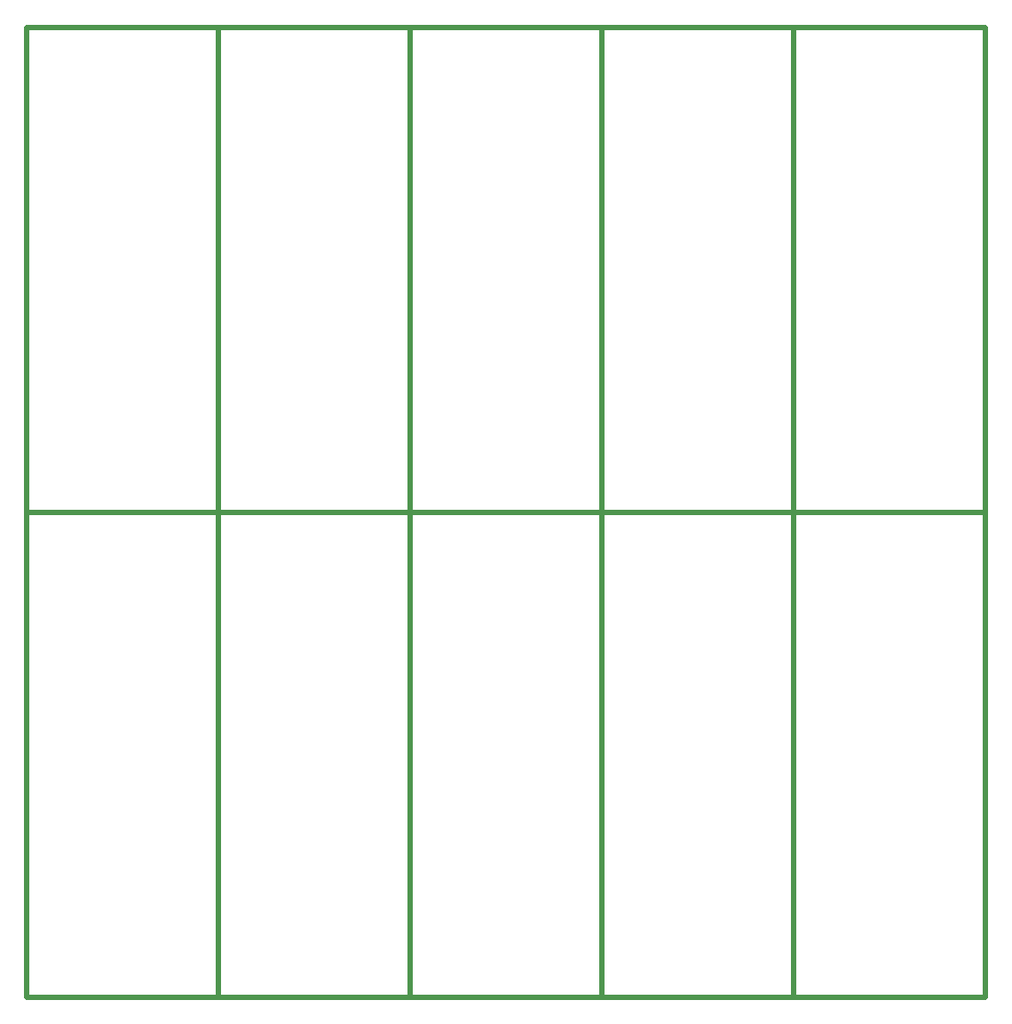
<source format=gm1>
G04 #@! TF.GenerationSoftware,KiCad,Pcbnew,5.1.0-rc1-unknown-6bb8fde~66~ubuntu16.04.1*
G04 #@! TF.CreationDate,2019-02-12T13:49:55+01:00
G04 #@! TF.ProjectId,nano328PB,6e616e6f-3332-4385-9042-2e6b69636164,rev?*
G04 #@! TF.SameCoordinates,Original*
G04 #@! TF.FileFunction,Profile,NP*
%FSLAX46Y46*%
G04 Gerber Fmt 4.6, Leading zero omitted, Abs format (unit mm)*
G04 Created by KiCad (PCBNEW 5.1.0-rc1-unknown-6bb8fde~66~ubuntu16.04.1) date 2019-02-12 13:49:55*
%MOMM*%
%LPD*%
G04 APERTURE LIST*
%ADD10C,0.500000*%
G04 APERTURE END LIST*
D10*
X207695800Y-132791200D02*
X207695800Y-86563200D01*
X189407800Y-132791200D02*
X207695800Y-132791200D01*
X189407800Y-86563200D02*
X189407800Y-132791200D01*
X207695800Y-86563200D02*
X189407800Y-86563200D01*
X189407800Y-132791200D02*
X189407800Y-86563200D01*
X171119800Y-132791200D02*
X189407800Y-132791200D01*
X171119800Y-86563200D02*
X171119800Y-132791200D01*
X189407800Y-86563200D02*
X171119800Y-86563200D01*
X152831800Y-132791200D02*
X152831800Y-86563200D01*
X134543800Y-86563200D02*
X134543800Y-132791200D01*
X152831800Y-86563200D02*
X134543800Y-86563200D01*
X134543800Y-132791200D02*
X152831800Y-132791200D01*
X152831800Y-86563200D02*
X152831800Y-132791200D01*
X171119800Y-86563200D02*
X152831800Y-86563200D01*
X152831800Y-132791200D02*
X171119800Y-132791200D01*
X171119800Y-132791200D02*
X171119800Y-86563200D01*
X134543800Y-132791200D02*
X134543800Y-86563200D01*
X116255800Y-132791200D02*
X134543800Y-132791200D01*
X116255800Y-86563200D02*
X116255800Y-132791200D01*
X134543800Y-86563200D02*
X116255800Y-86563200D01*
X207695800Y-86563200D02*
X207695800Y-40335200D01*
X189407800Y-86563200D02*
X207695800Y-86563200D01*
X189407800Y-40335200D02*
X189407800Y-86563200D01*
X207695800Y-40335200D02*
X189407800Y-40335200D01*
X189407800Y-86563200D02*
X189407800Y-40335200D01*
X171119800Y-86563200D02*
X189407800Y-86563200D01*
X171119800Y-40335200D02*
X171119800Y-86563200D01*
X189407800Y-40335200D02*
X171119800Y-40335200D01*
X171119800Y-86563200D02*
X171119800Y-40335200D01*
X152831800Y-86563200D02*
X171119800Y-86563200D01*
X152831800Y-40335200D02*
X152831800Y-86563200D01*
X171119800Y-40335200D02*
X152831800Y-40335200D01*
X152831800Y-86563200D02*
X152831800Y-40335200D01*
X134543800Y-86563200D02*
X152831800Y-86563200D01*
X134543800Y-40335200D02*
X134543800Y-86563200D01*
X152831800Y-40335200D02*
X134543800Y-40335200D01*
X116255800Y-40335200D02*
X116255800Y-86563200D01*
X134543800Y-40335200D02*
X116255800Y-40335200D01*
X134543800Y-86563200D02*
X134543800Y-40335200D01*
X116255800Y-86563200D02*
X134543800Y-86563200D01*
M02*

</source>
